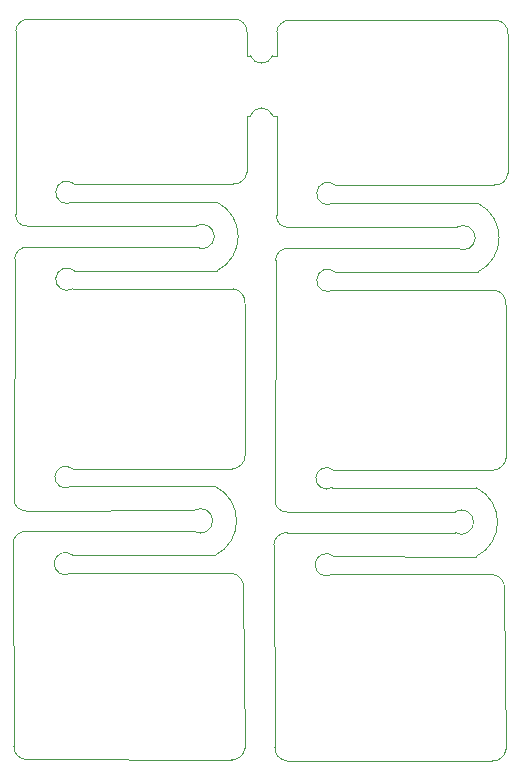
<source format=gbr>
%TF.GenerationSoftware,KiCad,Pcbnew,(6.0.4)*%
%TF.CreationDate,2022-12-14T16:12:08+01:00*%
%TF.ProjectId,column,636f6c75-6d6e-42e6-9b69-6361645f7063,rev?*%
%TF.SameCoordinates,Original*%
%TF.FileFunction,Profile,NP*%
%FSLAX46Y46*%
G04 Gerber Fmt 4.6, Leading zero omitted, Abs format (unit mm)*
G04 Created by KiCad (PCBNEW (6.0.4)) date 2022-12-14 16:12:08*
%MOMM*%
%LPD*%
G01*
G04 APERTURE LIST*
%TA.AperFunction,Profile*%
%ADD10C,0.100000*%
%TD*%
%TA.AperFunction,Profile*%
%ADD11C,0.050000*%
%TD*%
G04 APERTURE END LIST*
D10*
X182720449Y-129540003D02*
G75*
G03*
X183725382Y-130659515I1059651J-59597D01*
G01*
X204978000Y-69088000D02*
X204978000Y-71067156D01*
D11*
X202733680Y-76147156D02*
X202438000Y-76147156D01*
D10*
X202443610Y-69052684D02*
G75*
G03*
X201438614Y-67968289I-1059710J25784D01*
G01*
X204959932Y-84608078D02*
X204978000Y-76147156D01*
X197983147Y-111350517D02*
G75*
G03*
X197983180Y-109572463I535153J889017D01*
G01*
X201298491Y-81926194D02*
X187836491Y-81926194D01*
X204814894Y-129622081D02*
G75*
G03*
X205819891Y-130759321I1059806J-76119D01*
G01*
X201171491Y-106072194D02*
X187701941Y-106072194D01*
X198117730Y-85493215D02*
X183870402Y-85508272D01*
X182865487Y-84508277D02*
G75*
G03*
X183870402Y-85508272I933213J-67123D01*
G01*
X209798239Y-90916000D02*
X223382635Y-90912095D01*
X182730833Y-108587517D02*
G75*
G03*
X183735852Y-109587520I933367J-66983D01*
G01*
D11*
X204978000Y-76147156D02*
X204638680Y-76147156D01*
D10*
X202293105Y-92102194D02*
X202301180Y-104902000D01*
X223242517Y-130779531D02*
G75*
G03*
X224379751Y-129774625I76183J1059731D01*
G01*
X209930978Y-89381004D02*
G75*
G03*
X209798239Y-90916000I-623778J-719296D01*
G01*
X204825433Y-108687330D02*
G75*
G03*
X205830361Y-109687326I933267J-67070D01*
G01*
D11*
X202733715Y-71067141D02*
G75*
G03*
X204638679Y-71067156I952485J380941D01*
G01*
X204638714Y-76147143D02*
G75*
G03*
X202733681Y-76147156I-952514J-381057D01*
G01*
D10*
X206115239Y-68083018D02*
G75*
G03*
X204978000Y-69088000I-76139J-1059782D01*
G01*
X223266000Y-106172000D02*
X209796450Y-106172000D01*
X224252984Y-116281239D02*
G75*
G03*
X223248085Y-114991343I-1158384J133939D01*
G01*
X201148003Y-130679798D02*
X183725382Y-130659515D01*
X223266002Y-106172075D02*
G75*
G03*
X224395689Y-105100269I-35602J1168775D01*
G01*
X183782668Y-111350467D02*
G75*
G03*
X182645429Y-112366821I-64968J-1071733D01*
G01*
X223393000Y-82026000D02*
X209931000Y-82026000D01*
X221990222Y-89402987D02*
G75*
G03*
X221990239Y-83561021I-1446822J2920987D01*
G01*
X220212239Y-85593021D02*
X205964911Y-85608078D01*
D11*
X204978000Y-71067156D02*
X204638680Y-71067156D01*
D10*
X199895718Y-89303191D02*
G75*
G03*
X199895730Y-83461215I-1446818J2920991D01*
G01*
X209931000Y-82026000D02*
G75*
G03*
X209798239Y-83561021I-623800J-719300D01*
G01*
X220212239Y-87371021D02*
X206011727Y-87371021D01*
X204959874Y-84608074D02*
G75*
G03*
X205964911Y-85608078I933326J-67026D01*
G01*
X220077689Y-111450269D02*
X205877177Y-111450269D01*
X187701965Y-106072167D02*
G75*
G03*
X187569180Y-107540463I-603965J-685533D01*
G01*
X202293074Y-92102190D02*
G75*
G03*
X201288126Y-90812289I-1158574J133790D01*
G01*
X209798239Y-83561021D02*
X221990239Y-83561021D01*
X209796484Y-113460188D02*
G75*
G03*
X209663689Y-114995248I-623784J-719312D01*
G01*
X183917218Y-87271211D02*
G75*
G03*
X182779979Y-88287573I-64918J-1071789D01*
G01*
X224538089Y-69205333D02*
G75*
G03*
X223533123Y-68068095I-1059789J76133D01*
G01*
X182865423Y-84508272D02*
X182883491Y-68988194D01*
X204874488Y-88387379D02*
X204825382Y-108687326D01*
X201298490Y-81926203D02*
G75*
G03*
X202435730Y-80946814I100810J1032903D01*
G01*
X182645429Y-112366821D02*
X182720403Y-129540000D01*
X224253064Y-116281248D02*
X224379751Y-129774625D01*
X209796479Y-106171967D02*
G75*
G03*
X209663689Y-107640269I-603979J-685533D01*
G01*
X184020730Y-67983215D02*
X201438614Y-67968289D01*
X197983180Y-111350463D02*
X183782668Y-111350463D01*
X220077662Y-111450314D02*
G75*
G03*
X220077689Y-109672269I535138J889014D01*
G01*
X221990239Y-89403021D02*
X209931000Y-89380979D01*
X199761210Y-113382523D02*
G75*
G03*
X199761180Y-107540463I-1446810J2921023D01*
G01*
X209663689Y-107640269D02*
X221855689Y-107640269D01*
X204739938Y-112466627D02*
X204814912Y-129622082D01*
X201148008Y-130679734D02*
G75*
G03*
X202285242Y-129674819I76092J1059834D01*
G01*
X199895730Y-89303215D02*
X187836491Y-89281173D01*
D11*
X202733680Y-71067156D02*
X202438000Y-71067156D01*
D10*
X198117743Y-87271193D02*
G75*
G03*
X198117730Y-85493215I535057J888993D01*
G01*
X209663689Y-114995248D02*
X223248085Y-114991343D01*
X224538102Y-69205334D02*
X224530239Y-81046620D01*
X202443593Y-69052684D02*
X202438000Y-71067156D01*
X187836464Y-89281204D02*
G75*
G03*
X187703730Y-90816194I-623764J-719296D01*
G01*
X201171490Y-106072159D02*
G75*
G03*
X202301180Y-104902000I-35290J1164459D01*
G01*
X187836486Y-81926200D02*
G75*
G03*
X187703730Y-83461215I-623786J-719300D01*
G01*
X187569180Y-107540463D02*
X199761180Y-107540463D01*
X202158555Y-116181442D02*
X202285242Y-129674819D01*
X187703730Y-90816194D02*
X201288126Y-90812289D01*
X220212257Y-87370990D02*
G75*
G03*
X220212239Y-85593021I535043J888990D01*
G01*
X220077689Y-109672269D02*
X205830361Y-109687326D01*
X187703730Y-83461215D02*
X199895730Y-83461215D01*
X223242512Y-130779604D02*
X205819891Y-130759321D01*
X182779979Y-88287573D02*
X182730873Y-108587520D01*
X221855689Y-113482269D02*
X209796450Y-113460227D01*
X221855713Y-113482318D02*
G75*
G03*
X221855689Y-107640269I-1446813J2921018D01*
G01*
X184020731Y-67983208D02*
G75*
G03*
X182883491Y-68988194I-76131J-1059792D01*
G01*
X224387654Y-92202005D02*
G75*
G03*
X223382635Y-90912095I-1158554J133805D01*
G01*
X198117730Y-87271215D02*
X183917218Y-87271215D01*
X223392999Y-82026013D02*
G75*
G03*
X224530239Y-81046620I100801J1032913D01*
G01*
X187569180Y-114895442D02*
X201153576Y-114891537D01*
X206011727Y-87371022D02*
G75*
G03*
X204874488Y-88387379I-64927J-1071778D01*
G01*
X187701969Y-113360389D02*
G75*
G03*
X187569180Y-114895442I-623769J-719311D01*
G01*
X197983180Y-109572463D02*
X183735852Y-109587520D01*
X205877177Y-111450277D02*
G75*
G03*
X204739938Y-112466627I-64977J-1071723D01*
G01*
X199761180Y-113382463D02*
X187701941Y-113360421D01*
X224387614Y-92202000D02*
X224395689Y-105100269D01*
X206115239Y-68083021D02*
X223533123Y-68068095D01*
X202158624Y-116181450D02*
G75*
G03*
X201153576Y-114891537I-1158624J133750D01*
G01*
X202435730Y-80946814D02*
X202438000Y-76147156D01*
M02*

</source>
